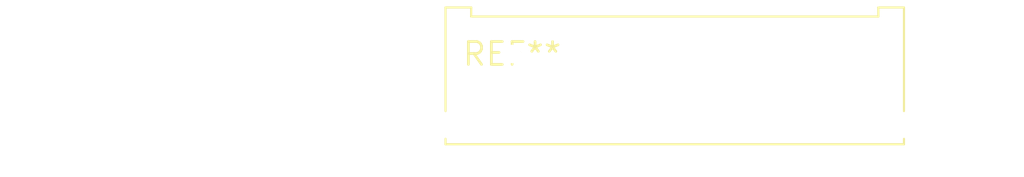
<source format=kicad_pcb>
(kicad_pcb (version 20240108) (generator pcbnew)
  (layers (0 "F.Cu" signal) (31 "B.Cu" signal) (34 "B.Paste" user) (35 "F.Paste" user) (36 "B.SilkS" user "B.Silkscreen") (37 "F.SilkS" user "F.Silkscreen") (38 "B.Mask" user) (39 "F.Mask" user) (44 "Edge.Cuts" user))
  (net 0 "")
  (footprint "Molex_Micro-Fit_3.0_43045-1412_2x07_P3.00mm_Vertical" (layer "F.Cu") (at 0 0)
    (property "Reference" "REF**")
    (property "Value" "Molex_Micro-Fit_3.0_43045-1412_2x07_P3.00mm_Vertical")
    (fp_line (start -3.685 -2.58) (end -2.265 -2.58) (layer "F.SilkS") (stroke (width 0.12)))
    (fp_line (start -3.685 3.17) (end -3.685 -2.58) (layer "F.SilkS") (stroke (width 0.12)))
    (fp_line (start -3.685 4.71) (end -3.685 5.01) (layer "F.SilkS") (stroke (width 0.12)))
    (fp_line (start -3.685 5.01) (end 21.685 5.01) (layer "F.SilkS") (stroke (width 0.12)))
    (fp_line (start -2.265 -2.58) (end -2.265 -2.08) (layer "F.SilkS") (stroke (width 0.12)))
    (fp_line (start -2.265 -2.08) (end 20.265 -2.08) (layer "F.SilkS") (stroke (width 0.12)))
    (fp_line (start 20.265 -2.58) (end 21.685 -2.58) (layer "F.SilkS") (stroke (width 0.12)))
    (fp_line (start 20.265 -2.08) (end 20.265 -2.58) (layer "F.SilkS") (stroke (width 0.12)))
    (fp_line (start 21.685 -2.58) (end 21.685 3.17) (layer "F.SilkS") (stroke (width 0.12)))
    (fp_line (start 21.685 5.01) (end 21.685 4.71) (layer "F.SilkS") (stroke (width 0.12)))
    (pad "" np_thru_hole circle (at -3 3.94) (size 1.02 1.02) (drill 1.02) (layers *.Cu *.Mask))
    (pad "" np_thru_hole circle (at 21 3.94) (size 1.02 1.02) (drill 1.02) (layers *.Cu *.Mask))
    (pad "1" thru_hole roundrect (at 0 0) (size 1.5 1.5) (drill 1.02) (layers *.Cu *.Mask) (remove_unused_layers) (roundrect_rratio 0.166667))
    (pad "2" thru_hole circle (at 3 0) (size 1.5 1.5) (drill 1.02) (layers *.Cu *.Mask) (remove_unused_layers))
    (pad "3" thru_hole circle (at 6 0) (size 1.5 1.5) (drill 1.02) (layers *.Cu *.Mask) (remove_unused_layers))
    (pad "4" thru_hole circle (at 9 0) (size 1.5 1.5) (drill 1.02) (layers *.Cu *.Mask) (remove_unused_layers))
    (pad "5" thru_hole circle (at 12 0) (size 1.5 1.5) (drill 1.02) (layers *.Cu *.Mask) (remove_unused_layers))
    (pad "6" thru_hole circle (at 15 0) (size 1.5 1.5) (drill 1.02) (layers *.Cu *.Mask) (remove_unused_layers))
    (pad "7" thru_hole circle (at 18 0) (size 1.5 1.5) (drill 1.02) (layers *.Cu *.Mask) (remove_unused_layers))
    (pad "8" thru_hole circle (at 0 3) (size 1.5 1.5) (drill 1.02) (layers *.Cu *.Mask) (remove_unused_layers))
    (pad "9" thru_hole circle (at 3 3) (size 1.5 1.5) (drill 1.02) (layers *.Cu *.Mask) (remove_unused_layers))
    (pad "10" thru_hole circle (at 6 3) (size 1.5 1.5) (drill 1.02) (layers *.Cu *.Mask) (remove_unused_layers))
    (pad "11" thru_hole circle (at 9 3) (size 1.5 1.5) (drill 1.02) (layers *.Cu *.Mask) (remove_unused_layers))
    (pad "12" thru_hole circle (at 12 3) (size 1.5 1.5) (drill 1.02) (layers *.Cu *.Mask) (remove_unused_layers))
    (pad "13" thru_hole circle (at 15 3) (size 1.5 1.5) (drill 1.02) (layers *.Cu *.Mask) (remove_unused_layers))
    (pad "14" thru_hole circle (at 18 3) (size 1.5 1.5) (drill 1.02) (layers *.Cu *.Mask) (remove_unused_layers))
  )
)
</source>
